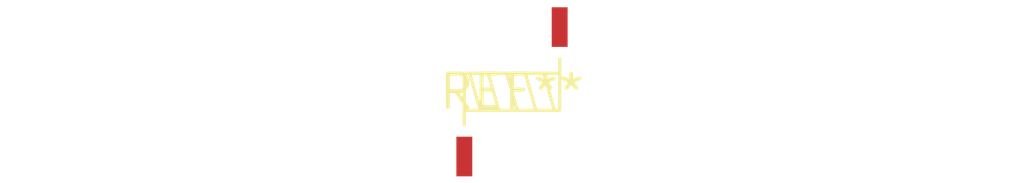
<source format=kicad_pcb>
(kicad_pcb (version 20240108) (generator pcbnew)
  (layers (0 "F.Cu" signal) (31 "B.Cu" signal) (34 "B.Paste" user) (35 "F.Paste" user) (36 "B.SilkS" user "B.Silkscreen") (37 "F.SilkS" user "F.Silkscreen") (38 "B.Mask" user) (39 "F.Mask" user) (44 "Edge.Cuts" user))
  (net 0 "")
  (footprint "L_Neosid_Air-Coil_SML_6turn_HAM0631A" (layer "F.Cu") (at 0 0)
    (property "Reference" "REF**")
    (property "Value" "L_Neosid_Air-Coil_SML_6turn_HAM0631A")
    (fp_line (start -1.8 -0.7) (end -1.8 1.25) (layer "F.SilkS") (stroke (width 0.12)))
    (fp_line (start -1.8 -0.7) (end 1.8 -0.7) (layer "F.SilkS") (stroke (width 0.12)))
    (fp_line (start -1.6 -0.7) (end -1.2 0.7) (layer "F.SilkS") (stroke (width 0.12)))
    (fp_line (start -0.9 -0.7) (end -0.5 0.7) (layer "F.SilkS") (stroke (width 0.12)))
    (fp_line (start -0.2 -0.7) (end 0.2 0.7) (layer "F.SilkS") (stroke (width 0.12)))
    (fp_line (start 0.5 -0.7) (end 0.9 0.7) (layer "F.SilkS") (stroke (width 0.12)))
    (fp_line (start 1.2 -0.7) (end 1.6 0.7) (layer "F.SilkS") (stroke (width 0.12)))
    (fp_line (start 1.8 0.7) (end -1.8 0.7) (layer "F.SilkS") (stroke (width 0.12)))
    (fp_line (start 1.8 0.7) (end 1.8 -1.25) (layer "F.SilkS") (stroke (width 0.12)))
    (pad "1" smd rect (at -1.8 2.45) (size 0.6 1.5) (layers "F.Cu" "F.Paste" "F.Mask"))
    (pad "2" smd rect (at 1.8 -2.45) (size 0.6 1.5) (layers "F.Cu" "F.Paste" "F.Mask"))
  )
)
</source>
